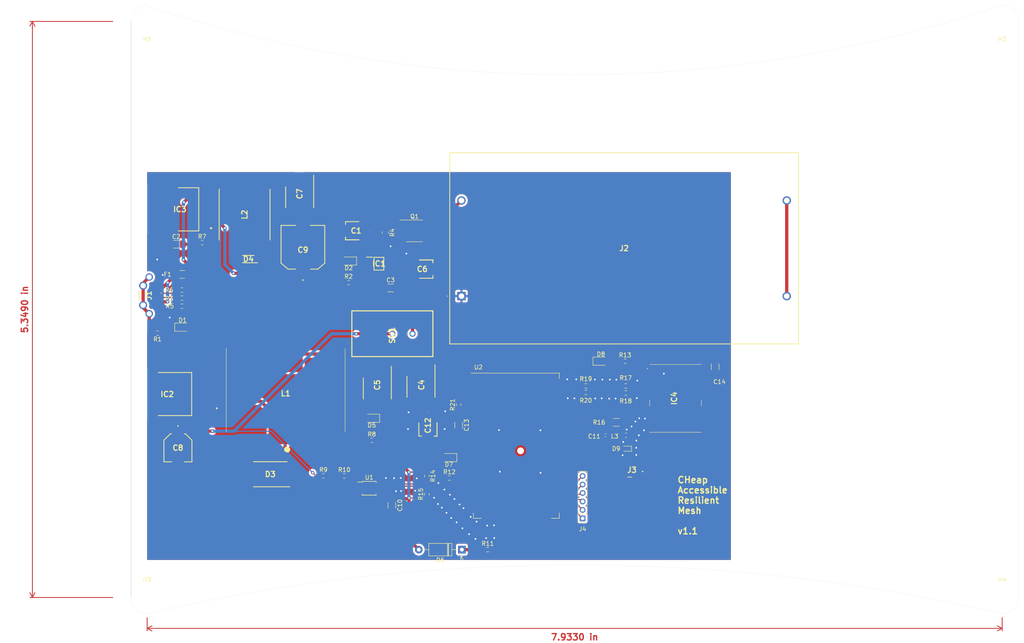
<source format=kicad_pcb>
(kicad_pcb (version 20211014) (generator pcbnew)
  (layers (0 "F.Cu" signal) (31 "B.Cu" signal) (34 "B.Paste" user) (35 "F.Paste" user) (36 "B.SilkS" user "B.Silkscreen") (37 "F.SilkS" user "F.Silkscreen") (38 "B.Mask" user) (39 "F.Mask" user) (44 "Edge.Cuts" user))
  (net 0 "")
  (net 1 "+12V")
  (net 2 "GND")
  (net 3 "Net-(C2-Pad1)")
  (net 4 "Net-(C3-Pad1)")
  (net 5 "+3.3V")
  (net 6 "Net-(C6-Pad1)")
  (net 7 "+5V")
  (net 8 "/VBAT")
  (net 9 "Net-(C11-Pad1)")
  (net 10 "Net-(D1-Pad1)")
  (net 11 "Net-(D2-Pad1)")
  (net 12 "Net-(D3-Pad1)")
  (net 13 "Net-(D4-Pad2)")
  (net 14 "Net-(D5-Pad1)")
  (net 15 "Net-(D6-Pad1)")
  (net 16 "Net-(D7-Pad1)")
  (net 17 "Net-(D8-Pad2)")
  (net 18 "Net-(IC1-Pad1)")
  (net 19 "Net-(IC1-Pad4)")
  (net 20 "Net-(IC1-Pad8)")
  (net 21 "Net-(IC3-Pad1)")
  (net 25 "Net-(IC4-Pad3)")
  (net 27 "Net-(IC4-Pad5)")
  (net 28 "Net-(IC4-Pad6)")
  (net 30 "/VCC_RF")
  (net 31 "/GPS_ANT")
  (net 40 "Net-(J1-PadA5)")
  (net 41 "Net-(J1-PadB5)")
  (net 42 "Net-(J2-Pad2)")
  (net 43 "/GPIO12")
  (net 44 "/GPIO13")
  (net 45 "/RXIP0")
  (net 46 "/RXIN0")
  (net 47 "/TXOP0")
  (net 48 "/TXON0")
  (net 49 "Net-(R10-Pad1)")
  (net 50 "/VDD_FLASH")
  (net 51 "/WLED")
  (net 52 "/I2C_SCL")
  (net 53 "/I2C_SDA")
  (net 54 "/GPS_DM")
  (net 55 "/GPS_DP")
  (net 56 "Net-(R19-Pad1)")
  (net 57 "Net-(R20-Pad1)")
  (net 64 "Net-(R21-Pad2)")
  (net 105 "Net-(F1-Pad2)")
  (net 106 "Net-(J1-PadMH1)")
  (footprint "Resistor_SMD:R_0805_2012Metric_Pad1.20x1.40mm_HandSolder" (layer "F.Cu") (at 106.934 70.12 -90)
    (fp_text reference "R4")
    (fp_text value "220m")
  )
  (footprint "LED_SMD:LED_0805_2012Metric_Pad1.15x1.40mm_HandSolder" (layer "F.Cu") (at 157.725 100.457)
    (fp_text reference "D8")
    (fp_text value "LED_GPS")
  )
  (footprint "LM2576SX-3.3_NOPB:KTT0005B" (layer "F.Cu") (at 52.648 108.204)
    (fp_text reference "IC2")
    (fp_text value "LM2576SX-3.3_NOPB" hide)
  )
  (footprint "Resistor_SMD:R_0603_1608Metric_Pad0.98x0.95mm_HandSolder" (layer "F.Cu") (at 98.2745 81.915)
    (fp_text reference "R2")
    (fp_text value "50k")
  )
  (footprint "LM2585S-12_NOPB:TO170P1435X465-6N" (layer "F.Cu") (at 58.506 64.643 180)
    (fp_text reference "IC3")
    (fp_text value "LM2585S-12_NOPB" hide)
  )
  (footprint "Resistor_SMD:R_0603_1608Metric_Pad0.98x0.95mm_HandSolder" (layer "F.Cu") (at 97.2585 127.508)
    (fp_text reference "R10")
    (fp_text value "20k")
  )
  (footprint "EEE-FN1E100R:EEE1AA220WR" (layer "F.Cu") (at 99.695 69.695 180)
    (fp_text reference "C1")
    (fp_text value "10uF" hide)
  )
  (footprint "LED_SMD:LED_0805_2012Metric_Pad1.15x1.40mm_HandSolder" (layer "F.Cu") (at 103.7265 113.919 180)
    (fp_text reference "D5")
    (fp_text value "LED_BUCK")
  )
  (footprint "Resistor_SMD:R_0603_1608Metric_Pad0.98x0.95mm_HandSolder" (layer "F.Cu") (at 154.178 107.823)
    (fp_text reference "R20")
    (fp_text value "22")
  )
  (footprint "Resistor_SMD:R_1206_3216Metric_Pad1.30x1.75mm_HandSolder" (layer "F.Cu") (at 161.3332 114.8902)
    (fp_text reference "R16")
    (fp_text value "10")
  )
  (footprint "UUD1C221MCL1GS:CAPAE660X800N" (layer "F.Cu") (at 105.029 106.062 -90)
    (fp_text reference "C5")
    (fp_text value "220uF" hide)
  )
  (footprint "Resistor_SMD:R_0603_1608Metric_Pad0.98x0.95mm_HandSolder" (layer "F.Cu") (at 59.0039 85.5766)
    (fp_text reference "R3")
    (fp_text value "5.1k")
  )
  (footprint "MountingHole:MountingHole_3.2mm_M3" (layer "F.Cu") (at 252.2982 156.1846)
    (fp_text reference "H4")
    (fp_text value "MountingHole")
  )
  (footprint "Resistor_SMD:R_0603_1608Metric_Pad0.98x0.95mm_HandSolder" (layer "F.Cu") (at 116.713 131.826 90)
    (fp_text reference "R15")
    (fp_text value "4.7k")
  )
  (footprint "16SVPF1000M:16SVF1000M" (layer "F.Cu") (at 87.503 73.5904)
    (fp_text reference "C9")
    (fp_text value "1mF" hide)
  )
  (footprint "Resistor_SMD:R_0603_1608Metric_Pad0.98x0.95mm_HandSolder" (layer "F.Cu") (at 131.064 144.907)
    (fp_text reference "R11")
    (fp_text value "50")
  )
  (footprint "Capacitor_SMD:C_1206_3216Metric_Pad1.33x1.80mm_HandSolder" (layer "F.Cu") (at 184.658 101.7655 90)
    (fp_text reference "C14")
    (fp_text value "0.1uF")
  )
  (footprint "KiCad:EEE1AA220WR" (layer "F.Cu") (at 116.967 115.979 -90)
    (fp_text reference "C12")
    (fp_text value "10uF" hide)
  )
  (footprint "MCP73844:SOP65P490X110-8N" (layer "F.Cu") (at 105.41 77.47)
    (fp_text reference "IC1")
    (fp_text value "MCP73844-840I_MS" hide)
  )
  (footprint "LED_SMD:LED_0805_2012Metric_Pad1.15x1.40mm_HandSolder" (layer "F.Cu") (at 98.289 76.835 180)
    (fp_text reference "D2")
    (fp_text value "LED_CHARGE")
  )
  (footprint "Inductor_SMD:L_0603_1608Metric_Pad1.05x0.95mm_HandSolder" (layer "F.Cu") (at 163.6592 117.9382 180)
    (fp_text reference "L3")
    (fp_text value "27nH")
  )
  (footprint "Capacitor_SMD:C_1206_3216Metric_Pad1.33x1.80mm_HandSolder" (layer "F.Cu") (at 124.206 115.5315 -90)
    (fp_text reference "C13")
    (fp_text value "0.1uF")
  )
  (footprint "Resistor_SMD:R_0603_1608Metric_Pad0.98x0.95mm_HandSolder" (layer "F.Cu") (at 163.4255 100.457)
    (fp_text reference "R13")
    (fp_text value "1k")
  )
  (footprint "74437429203101:74437429203101" (layer "F.Cu") (at 83.439 107.277 180)
    (fp_text reference "L1")
    (fp_text value "100uH" hide)
  )
  (footprint "Fuse:Fuse_1206_3216Metric_Pad1.42x1.75mm_HandSolder" (layer "F.Cu") (at 59.0639 79.9886 180)
    (fp_text reference "F1")
    (fp_text value "2.5A Fuse")
  )
  (footprint "Capacitor_SMD:C_0402_1005Metric_Pad0.74x0.62mm_HandSolder" (layer "F.Cu") (at 158.7597 117.9382 180)
    (fp_text reference "C11")
    (fp_text value "100nF")
  )
  (footprint "MountingHole:MountingHole_3.2mm_M3" (layer "F.Cu") (at 50.8 20.32 180)
    (fp_text reference "H1")
    (fp_text value "MountingHole")
  )
  (footprint "Resistor_SMD:R_0603_1608Metric_Pad0.98x0.95mm_HandSolder" (layer "F.Cu") (at 163.5995 107.95 180)
    (fp_text reference "R18")
    (fp_text value "27")
  )
  (footprint "Diode_THT:D_A-405_P10.16mm_Horizontal" (layer "F.Cu") (at 124.968 144.907 180)
    (fp_text reference "D6")
    (fp_text value "1N5819")
  )
  (footprint "Resistor_SMD:R_0603_1608Metric_Pad0.98x0.95mm_HandSolder" (layer "F.Cu") (at 53.2365 93.853 180)
    (fp_text reference "R1")
    (fp_text value "0")
  )
  (footprint "MountingHole:MountingHole_3.2mm_M3" (layer "F.Cu") (at 252.2982 20.32 180)
    (fp_text reference "H2")
    (fp_text value "MountingHole")
  )
  (footprint "Resistor_SMD:R_0603_1608Metric_Pad0.98x0.95mm_HandSolder" (layer "F.Cu") (at 122.0235 128.016)
    (fp_text reference "R12")
    (fp_text value "1k")
  )
  (footprint "SS24FL:SODFL3617X108N" (layer "F.Cu") (at 74.6496 76.3778 180)
    (fp_text reference "D4")
    (fp_text value "550mV" hide)
  )
  (footprint "NEO-M9N-00B:NEOM9N00B" (layer "F.Cu") (at 175.306 109.22 90)
    (fp_text reference "IC4")
    (fp_text value "NEO-M9N-00B" hide)
  )
  (footprint "Package_SO:SOIC-8_3.9x4.9mm_P1.27mm" (layer "F.Cu") (at 113.792 69.723)
    (fp_text reference "Q1")
    (fp_text value "IRF7404")
  )
  (footprint "LED_SMD:LED_0805_2012Metric_Pad1.15x1.40mm_HandSolder" (layer "F.Cu") (at 121.911 123.19 180)
    (fp_text reference "D7")
    (fp_text value "LED_WLAN")
  )
  (footprint "16SVPC100M:16SVF180M" (layer "F.Cu") (at 58.039 120.904 180)
    (fp_text reference "C8")
    (fp_text value "100uF" hide)
  )
  (footprint "MSS1210-683MED:INDPM120120X1020N" (layer "F.Cu") (at 73.7616 65.8862 -90)
    (fp_text reference "L2")
    (fp_text value "68uH" hide)
  )
  (footprint "Module:Onion_Omega2S" (layer "F.Cu") (at 137.795 120.402)
    (fp_text reference "U2")
    (fp_text value "Omega2S")
  )
  (footprint "U.FL-R-SMT_01_:UFLRSMT01" (layer "F.Cu") (at 164.4922 126.492 180)
    (fp_text reference "J3")
    (fp_text value "U.FL-R-SMT_01_" hide)
  )
  (footprint "Resistor_SMD:R_0603_1608Metric_Pad0.98x0.95mm_HandSolder" (layer "F.Cu") (at 116.713 127.5315 -90)
    (fp_text reference "R14")
    (fp_text value "4.7k")
  )
  (footprint "Capacitor_SMD:C_1206_3216Metric_Pad1.33x1.80mm_HandSolder" (layer "F.Cu") (at 108.458 134.4545 -90)
    (fp_text reference "C10")
    (fp_text value "0.1uF")
  )
  (footprint "Package_SO:TSSOP-10_3x3mm_P0.5mm" (layer "F.Cu") (at 103.124 130.429)
    (fp_text reference "U1")
    (fp_text value "ADS1113IDGS")
  )
  (footprint "B520C-13-F:DIOM7959X250N" (layer "F.Cu") (at 79.812 127.127 180)
    (fp_text reference "D3")
    (fp_text value "550mV" hide)
  )
  (footprint "L101011MS02Q:CKC5106-ND" (layer "F.Cu") (at 108.585 93.98 90)
    (fp_text reference "SW1")
    (fp_text value "SW_POWER" hide)
  )
  (footprint "Resistor_SMD:R_0603_1608Metric_Pad0.98x0.95mm_HandSolder" (layer "F.Cu") (at 92.329 127.508)
    (fp_text reference "R9")
    (fp_text value "50k")
  )
  (footprint "Resistor_SMD:R_0603_1608Metric_Pad0.98x0.95mm_HandSolder" (layer "F.Cu") (at 154.178 106.299)
    (fp_text reference "R19")
    (fp_text value "22")
  )
  (footprint "Resistor_SMD:R_0603_1608Metric_Pad0.98x0.95mm_HandSolder" (layer "F.Cu") (at 59.0039 87.4816)
    (fp_text reference "R5")
    (fp_text value "1k")
  )
  (footprint "UUD1C221MCL1GS:CAPAE660X800N" (layer "F.Cu") (at 86.741 60.977 -90)
    (fp_text reference "C7")
    (fp_text value "220uF" hide)
  )
  (footprint "UUD1C221MCL1GS:CAPAE660X800N" (layer "F.Cu") (at 115.316 105.681 -90)
    (fp_text reference "C4")
    (fp_text value "220uF" hide)
  )
  (footprint "MountingHole:MountingHole_3.2mm_M3" (layer "F.Cu") (at 50.8 156.1846)
    (fp_text reference "H3")
    (fp_text value "MountingHole")
  )
  (footprint "Resistor_SMD:R_0603_1608Metric_Pad0.98x0.95mm_HandSolder" (layer "F.Cu") (at 124.206 110.7205 90)
    (fp_text reference "R21")
    (fp_text value "50k")
  )
  (footprint "Resistor_SMD:R_0603_1608Metric_Pad0.98x0.95mm_HandSolder" (layer "F.Cu") (at 63.7559 72.4916)
    (fp_text reference "R7")
    (fp_text value "2.94k")
  )
  (footprint "Diode_SMD:D_SOD-523" (layer "F.Cu") (at 163.8088 121.0878 180)
    (fp_text reference "D9")
    (fp_text value "D_TVS")
  )
  (footprint "Resistor_SMD:R_0603_1608Metric_Pad0.98x0.95mm_HandSolder" (layer "F.Cu") (at 103.7355 119.126)
    (fp_text reference "R8")
    (fp_text value "1k")
  )
  (footprint "LED_SMD:LED_0805_2012Metric_Pad1.15x1.40mm_HandSolder" (layer "F.Cu") (at 59.1454 92.4346)
    (fp_text reference "D1")
    (fp_text value "LED_USB")
  )
  (footprint "KiCad:EEE1AA220WR" (layer "F.Cu") (at 115.979 78.74)
    (fp_text reference "C6")
    (fp_text value "10uF" hide)
  )
  (footprint "USB4140-GF-0070-C:USB4140GF0070C" (layer "F.Cu") (at 51.0264 84.9416 -90)
    (fp_text reference "J1")
    (fp_text value "USB4140-GF-0070-C" hide)
  )
  (footprint "1123:1123" (layer "F.Cu") (at 124.865 85.1178)
    (fp_text reference "J2")
    (fp_text value "2x18650" hide)
  )
  (footprint "Resistor_SMD:R_0603_1608Metric_Pad0.98x0.95mm_HandSolder" (layer "F.Cu") (at 163.5995 106.299 180)
    (fp_text reference "R17")
    (fp_text value "27")
  )
  (footprint "Connector_PinSocket_2.00mm:PinSocket_1x06_P2.00mm_Vertical" (layer "F.Cu") (at 153.416 137.541 180)
    (fp_text reference "J4")
    (fp_text value "OMEGA2_HEADER")
  )
  (footprint "Capacitor_SMD:C_1206_3216Metric_Pad1.33x1.80mm_HandSolder" (layer "F.Cu") (at 57.6449 72.8726 180)
    (fp_text reference "C2")
    (fp_text value "330nF")
  )
  (footprint "Resistor_SMD:R_0603_1608Metric_Pad0.98x0.95mm_HandSolder" (layer "F.Cu") (at 59.0039 83.6716)
    (fp_text reference "R6")
    (fp_text value "5.1k")
  )
  (footprint "Capacitor_SMD:C_1206_3216Metric_Pad1.33x1.80mm_HandSolder" (layer "F.Cu") (at 108.1655 83.185)
    (fp_text reference "C3")
    (fp_text value "0.1uF")
  )
  (gr_arc locked (start 46.99 20.32) (mid 48.105923 17.625923) (end 50.8 16.51) (layer "Edge.Cuts") (width 0.0254))
  (gr_arc locked (start 50.8 159.9946) (mid 151.5491 148.51569) (end 252.2982 159.9946) (layer "Edge.Cuts") (width 0.0254))
  (gr_line (start 46.99 156.1846) (end 46.99 20.32) (layer "Edge.Cuts") (width 0.1))
  (gr_arc locked (start 256.1082 156.1846) (mid 254.992277 158.878677) (end 252.2982 159.9946) (layer "Edge.Cuts") (width 0.0254))
  (gr_arc locked (start 50.8 159.9946) (mid 48.105923 158.878677) (end 46.99 156.1846) (layer "Edge.Cuts") (width 0.0254))
  (gr_line (start 256.1082 20.32) (end 256.1082 156.1846) (layer "Edge.Cuts") (width 0.0254))
  (gr_arc locked (start 252.2982 16.51) (mid 151.559413 32.93641) (end 50.8 16.637) (layer "Edge.Cuts") (width 0.0254))
  (gr_arc locked (start 252.2982 16.51) (mid 254.992277 17.625923) (end 256.1082 20.32) (layer "Edge.Cuts") (width 0.0254))
  (gr_text "CHeap\nAccessible\nResilient\nMesh\n\nv1.1" (at 175.641 134.493) (layer "F.SilkS") (effects (font (size 1.5 1.5) (thickness 0.3)) (justify left)))
  (dimension (type aligned) (layer "F.Cu") (pts (xy 50.8 160.440008) (xy 252.2982 160.440008)) (height 3.034392) (gr_text "7.9330 in" (at 151.5364 165.5318) (layer "F.Cu") (effects (font (size 1.5 1.5) (thickness 0.3)))) (format (units 0) (units_format 1) (precision 4)) (style (thickness 0.2) (arrow_length 1.27) (text_position_mode 2) (extension_height 0.58642) (extension_offset 0.5) keep_text_aligned))
  (dimension (type aligned) (layer "F.Cu") (pts (xy 43.18 20.32) (xy 43.18 156.1846)) (height 19.431) (gr_text "5.3490 in" (at 21.949 88.2523 90) (layer "F.Cu") (effects (font (size 1.5 1.5) (thickness 0.3)))) (format (units 0) (units_format 1) (precision 4)) (style (thickness 0.2) (arrow_length 1.27) (text_position_mode 0) (extension_height 0.58642) (extension_offset 0.5) keep_text_aligned))
  (segment (start 66.3938 66.343) (end 69.1134 69.0626) (width 0.762) (layer "F.Cu") (net 1))
  (segment (start 97.264 76.835) (end 101.445 72.654) (width 0.762) (layer "F.Cu") (net 1))
  (segment (start 96.1586 77.9404) (end 97.264 76.835) (width 0.762) (layer "F.Cu") (net 1))
  (segment (start 85.9404 76.3778) (end 87.503 77.9404) (width 0.762) (layer "F.Cu") (net 1))
  (segment (start 64.706 66.343) (end 66.3938 66.343) (width 0.762) (layer "F.Cu") (net 1))
  (segment (start 87.503 77.9404) (end 96.1586 77.9404) (width 0.762) (layer "F.Cu") (net 1))
  (segment (start 102.02 69.12) (end 101.445 69.695) (width 0.762) (layer "F.Cu") (net 1))
  (segment (start 97.264 81.817) (end 97.362 81.915) (width 0.762) (layer "F.Cu") (net 1))
  (segment (start 101.445 72.654) (end 101.445 69.695) (width 0.762) (layer "F.Cu") (net 1))
  (segment (start 72.8218 79.7306) (end 76.1746 76.3778) (width 0.762) (layer "F.Cu") (net 1))
  (segment (start 102.281 77.145) (end 103.21 77.145) (width 0.254) (layer "F.Cu") (net 1))
  (segment (start 106.934 69.12) (end 102.02 69.12) (width 0.762) (layer "F.Cu") (net 1))
  (segment (start 101.445 72.654) (end 101.445 76.309) (width 0.254) (layer "F.Cu") (net 1))
  (segment (start 76.1746 76.3778) (end 85.9404 76.3778) (width 0.762) (layer "F.Cu") (net 1))
  (segment (start 71.1454 79.7306) (end 72.8218 79.7306) (width 0.762) (layer "F.Cu") (net 1))
  (segment (start 101.445 76.309) (end 102.281 77.145) (width 0.254) (layer "F.Cu") (net 1))
  (segment (start 97.264 76.835) (end 97.264 81.817) (width 0.762) (layer "F.Cu") (net 1))
  (via (at 71.1454 79.7306) (size 0.8) (drill 0.4) (layers "F.Cu" "B.Cu") (net 1))
  (via (at 69.1134 69.0626) (size 0.8) (drill 0.4) (layers "F.Cu" "B.Cu") (net 1))
  (segment (start 69.1134 69.0626) (end 69.1134 77.6986) (width 0.762) (layer "B.Cu") (net 1))
  (segment (start 69.1134 77.6986) (end 71.1454 79.7306) (width 0.762) (layer "B.Cu") (net 1))
  (segment (start 100.974 129.429) (end 102.6 129.429) (width 0.254) (layer "F.Cu") (net 2))
  (segment (start 52.4764 82.1916) (end 52.4764 82.0946) (width 0.762) (layer "F.Cu") (net 2))
  (segment (start 100.974 130.429) (end 102.616 130.429) (width 0.254) (layer "F.Cu") (net 2))
  (segment (start 102.6 129.429) (end 102.616 129.413) (width 0.254) (layer "F.Cu") (net 2))
  (segment (start 52.4764 82.0946) (end 54.4554 80.1156) (width 0.762) (layer "F.Cu") (net 2))
  (segment (start 109.418 77.795) (end 109.728 78.105) (width 0.254) (layer "F.Cu") (net 2))
  (segment (start 107.61 77.795) (end 109.418 77.795) (width 0.254) (layer "F.Cu") (net 2))
  (via (at 108.9914 128.0414) (size 0.8) (drill 0.4) (layers "F.Cu" "B.Cu") (net 2))
  (via (at 121.3358 136.2202) (size 0.8) (drill 0.4) (layers "F.Cu" "B.Cu") (net 2))
  (via (at 164.9476 115.8494) (size 0.8) (drill 0.4) (layers "F.Cu" "B.Cu") (net 2))
  (via (at 166.751 113.919) (size 0.8) (drill 0.4) (layers "F.Cu" "B.Cu") (net 2))
  (via (at 167.894 116.7638) (size 0.8) (drill 0.4) (layers "F.Cu" "B.Cu") (net 2))
  (via (at 149.9108 109.1946) (size 0.8) (drill 0.4) (layers "F.Cu" "B.Cu") (net 2))
  (via (at 123.2154 132.969) (size 0.8) (drill 0.4) (layers "F.Cu" "B.Cu") (net 2))
  (via (at 151.9174 104.7496) (size 0.8) (drill 0.4) (layers "F.Cu" "B.Cu") (net 2))
  (via (at 161.3662 104.8258) (size 0.8) (drill 0.4) (layers "F.Cu" "B.Cu") (net 2))
  (via (at 159.6644 109.2962) (size 0.8) (drill 0.4) (layers "F.Cu" "B.Cu") (net 2))
  (via (at 132.588 142.1638) (size 0.8) (drill 0.4) (layers "F.Cu" "B.Cu") (net 2))
  (via (at 132.5372 139.1666) (size 0.8) (drill 0.4) (layers "F.Cu" "B.Cu") (net 2))
  (via (at 124.4092 134.2644) (size 0.8) (drill 0.4) (layers "F.Cu" "B.Cu") (net 2))
  (via (at 112.395 112.522) (size 0.8) (drill 0.4) (layers "F.Cu" "B.Cu") (net 2))
  (via (at 128.1684 142.367) (size 0.8) (drill 0.4) (layers "F.Cu" "B.Cu") (net 2))
  (via (at 143.51 126.7968) (size 0.8) (drill 0.4) (layers "F.Cu" "B.Cu") (net 2))
  (via (at 172.5676 103.4034) (size 0.8) (drill 0.4) (layers "F.Cu" "B.Cu") (net 2))
  (via (at 127.0508 137.1854) (size 0.8) (drill 0.4) (layers "F.Cu" "B.Cu") (net 2))
  (via (at 125.095 139.8778) (size 0.8) (drill 0.4) (layers "F.Cu" "B.Cu") (net 2))
  (via (at 114.3508 128.0922) (size 0.8) (drill 0.4) (layers "F.Cu" "B.Cu") (net 2))
  (via (at 161.1884 109.2708) (size 0.8) (drill 0.4) (layers "F.Cu" "B.Cu") (net 2))
  (via (at 120.2436 135.001) (size 0.8) (drill 0.4) (layers "F.Cu" "B.Cu") (net 2))
  (via (at 130.683 142.1892) (size 0.8) (drill 0.4) (layers "F.Cu" "B.Cu") (net 2))
  (via (at 120.904 116.459) (size 0.8) (drill 0.4) (layers "F.Cu" "B.Cu") (net 2))
  (via (at 110.5408 128.016) (size 0.8) (drill 0.4) (layers "F.Cu" "B.Cu") (net 2))
  (via (at 156.3116 104.8004) (size 0.8) (drill 0.4) (layers "F.Cu" "B.Cu") (net 2))
  (via (at 108.1532 73.3552) (size 0.8) (drill 0.4) (layers "F.Cu" "B.Cu") (net 2))
  (via (at 166.3192 105.0544) (size 0.8) (drill 0.4) (layers "F.Cu" "B.Cu") (net 2))
  (via (at 119.3292 134.1374) (size 0.8) (drill 0.4) (layers "F.Cu" "B.Cu") (net 2))
  (via (at 151.4856 109.22) (size 0.8) (drill 0.4) (layers "F.Cu" "B.Cu") (net 2))
  (via (at 123.7234 138.4554) (size 0.8) (drill 0.4) (layers "F.Cu" "B.Cu") (net 2))
  (via (at 166.0652 122.5804) (size 0.8) (drill 0.4) (layers "F.Cu" "B.Cu") (net 2))
  (via (at 120.8532 130.7338) (size 0.8) (drill 0.4) (layers "F.Cu" "B.Cu") (net 2))
  (via (at 118.4148 132.6642) (size 0.8) (drill 0.4) (layers "F.Cu" "B.Cu") (net 2))
  (via (at 107.061 128.016) (size 0.8) (drill 0.4) (layers "F.Cu" "B.Cu") (net 2))
  (via (at 53.1622 76.4794) (size 0.8) (drill 0.4) (layers "F.Cu" "B.Cu") (net 2))
  (via (at 157.9118 109.22) (size 0.8) (drill 0.4) (layers "F.Cu" "B.Cu") (net 2))
  (via (at 111.887 75.0824) (size 0.8) (drill 0.4) (layers "F.Cu" "B.Cu") (net 2))
  (via (at 109.4232 131.1148) (size 0.8) (drill 0.4) (layers "F.Cu" "B.Cu") (net 2))
  (via (at 163.8046 116.586) (size 0.8) (drill 0.4) (layers "F.Cu" "B.Cu") (net 2))
  (via (at 122.1486 131.953) (size 0.8) (drill 0.4) (layers "F.Cu" "B.Cu") (net 2))
  (via (at 168.0972 113.9952) (size 0.8) (drill 0.4) (layers "F.Cu" "B.Cu") (net 2))
  (via (at 119.4308 129.2098) (size 0.8) (drill 0.4) (layers "F.Cu" "B.Cu") (net 2))
  (via (at 110.6424 131.0894) (size 0.8) (drill 0.4) (layers "F.Cu" "B.Cu") (net 2))
  (via (at 130.9116 139.2428) (size 0.8) (drill 0.4) (layers "F.Cu" "B.Cu") (net 2))
  (via (at 143.4846 116.7638) (size 0.8) (drill 0.4) (layers "F.Cu" "B.Cu") (net 2))
  (via (at 166.0906 119.1768) (size 0.8) (drill 0.4) (layers "F.Cu" "B.Cu") (net 2))
  (via (at 166.6748 117.9322) (size 0.8) (drill 0.4) (layers "F.Cu" "B.Cu") (net 2))
  (via (at 133.9088 126.5174) (size 0.8) (drill 0.4) (layers "F.Cu" "B.Cu") (net 2))
  (via (at 166.1922 109.1692) (size 0.8) (drill 0.4) (layers "F.Cu" "B.Cu") (net 2))
  (via (at 149.7838 104.7242) (size 0.8) (drill 0.4) (layers "F.Cu" "B.Cu") (net 2))
  (via (at 125.349 135.128) (size 0.8) (drill 0.4) (layers "F.Cu" "B.Cu") (net 2))
  (via (at 162.8394 122.6566) (size 0.8) (drill 0.4) (layers "F.Cu" "B.Cu") (net 2))
  (via (at 121.031 112.268) (size 0.8) (drill 0.4) (layers "F.Cu" "B.Cu") (net 2))
  (via (at 159.8422 104.8004) (size 0.8) (drill 0.4) (layers "F.Cu" "B.Cu") (net 2))
  (via (at 112.268 116.459) (size 0.8) (drill 0.4) (layers "F.Cu" "B.Cu") (net 2))
  (via (at 54.4554 80.1156) (size 0.8) (drill 0.4) (layers "F.Cu" "B.Cu") (net 2))
  (via (at 128.4224 138.303) (size 0.8) (drill 0.4) (layers "F.Cu" "B.Cu") (net 2))
  (via (at 166.0398 120.8786) (size 0.8) (drill 0.4) (layers "F.Cu" "B.Cu") (net 2))
  (via (at 158.0642 104.8004) (size 0.8) (drill 0.4) (layers "F.Cu" "B.Cu") (net 2))
  (via (at 126.6698 141.2494) (size 0.8) (drill 0.4) (layers "F.Cu" "B.Cu") (net 2))
  (via (at 113.9698 131.0132) (size 0.8) (drill 0.4) (layers "F.Cu" "B.Cu") (net 2))
  (via (at 133.7056 116.713) (size 0.8) (drill 0.4) (layers "F.Cu" "B.Cu") (net 2))
  (via (at 56.1086 90.17) (size 0.8) (drill 0.4) (layers "F.Cu" "B.Cu") (net 2))
  (via (at 122.4534 137.4394) (size 0.8) (drill 0.4) (layers "F.Cu" "B.Cu") (net 2))
  (via (at 165.862 114.681) (size 0.8) (drill 0.4) (layers "F.Cu" "B.Cu") (net 2))
  (via (at 162.9918 119.507) (size 0.8) (drill 0.4) (layers "F.Cu" "B.Cu") (net 2))
  (via (at 156.3878 109.2454) (size 0.8) (drill 0.4) (layers "F.Cu" "B.Cu") (net 2))
  (segment (start 59.2074 72.8726) (end 62.4624 72.8726) (width 0.762) (layer "F.Cu") (net 3))
  (segment (start 62.4624 72.8726) (end 62.8434 72.4916) (width 0.762) (layer "F.Cu") (net 3))
  (segment (start 107.61 82.178) (end 106.603 83.185) (width 0.254) (layer "F.Cu") (net 4))
  (segment (start 107.61 78.445) (end 107.61 82.178) (width 0.254) (layer "F.Cu") (net 4))
  (segment (start 83.439 98.777) (end 100.394 98.777) (width 0.762) (layer "F.Cu") (net 5))
  (segment (start 102.7015 101.0845) (end 102.7015 113.919) (width 0.254) (layer "F.Cu") (net 5))
  (segment (start 173.717 108.82) (end 169.656 108.82) (width 0.762) (layer "F.Cu") (net 5))
  (segment (start 105.029 103.412) (end 110.329 103.412) (width 0.762) (layer "F.Cu") (net 5))
  (segment (start 175.26 98.679) (end 177.6095 101.0285) (width 0.762) (layer "F.Cu") (net 5))
  (segment (start 119.668 98.679) (end 175.26 98.679) (width 0.762) (layer "F.Cu") (net 5))
  (segment (start 116.713 126.619) (end 120.142 123.19) (width 0.254) (layer "F.Cu") (net 5))
  (segment (start 108.458 132.892) (end 112.345 132.892) (width 0.762) (layer "F.Cu") (net 5))
  (segment (start 112.4835 126.619) (end 116.713 126.619) (width 0.254) (layer "F.Cu") (net 5))
  (segment (start 101.583 99.966) (end 102.7015 101.0845) (width 0.254) (layer "F.Cu") (net 5))
  (segment (start 100.394 98.777) (end 101.583 99.966) (width 0.762) (layer "F.Cu") (net 5))
  (segment (start 177.6095 101.0285) (end 179.901 103.32) (width 0.762) (layer "F.Cu") (net 5))
  (segment (start 124.206 113.969) (end 127.712 113.969) (width 0.762) (layer "F.Cu") (net 5))
  (segment (start 120.142 123.19) (end 120.886 123.19) (width 0.254) (layer "F.Cu") (net 5))
  (segment (start 112.345 132.892) (end 112.4985 132.7385) (width 0.762) (layer "F.Cu") (net 5))
  (segment (start 110.329 113.758) (end 110.329 124.3375) (width 0.762) (layer "F.Cu") (net 5))
  (segment (start 127.712 113.969) (end 127.795 114.052) (width 0.762) (layer "F.Cu") (net 5))
  (segment (start 180.956 103.32) (end 180.956 104.42) (width 0.762) (layer "F.Cu") (net 5))
  (segment (start 177.6095 101.0285) (end 177.6095 104.9655) (width 0.762) (layer "F.Cu") (net 5))
  (segment (start 116.557 126.775) (end 116.713 126.619) (width 0.254) (layer "F.Cu") (net 5))
  (segment (start 116.967 114.229) (end 123.946 114.229) (width 0.762) (layer "F.Cu") (net 5))
  (segment (start 110.329 103.412) (end 114.935 103.412) (width 0.762) (layer "F.Cu") (net 5))
  (segment (start 177.6095 104.9655) (end 173.736 108.839) (width 0.762) (layer "F.Cu") (net 5))
  (segment (start 110.3245 124.46) (end 112.4835 126.619) (width 0.762) (layer "F.Cu") (net 5))
  (segment (start 101.583 99.966) (end 105.029 103.412) (width 0.762) (layer "F.Cu") (net 5))
  (segment (start 180.9865 103.2895) (end 180.956 103.32) (width 0.762) (layer "F.Cu") (net 5))
  (segment (start 184.658 103.328) (end 180.964 103.328) (width 0.762) (layer "F.Cu") (net 5))
  (segment (start 114.935 103.412) (end 115.316 103.031) (width 0.762) (layer "F.Cu") (net 5))
  (segment (start 115.316 103.031) (end 119.668 98.679) (width 0.762) (layer "F.Cu") (net 5))
  (segment (start 110.329 124.3375) (end 110.4515 124.46) (width 0.762) (layer "F.Cu") (net 5))
  (segment (start 124.206 113.969) (end 124.206 111.633) (width 0.254) (layer "F.Cu") (net 5))
  (segment (start 110.329 113.758) (end 110.8 114.229) (width 0.762) (layer "F.Cu") (net 5))
  (segment (start 65.109 106.504) (end 75.712 106.504) (width 0.762) (layer "F.Cu") (net 5))
  (segment (start 108.458 132.892) (end 105.995 130.429) (width 0.254) (layer "F.Cu") (net 5))
  (segment (start 179.901 103.32) (end 180.956 103.32) (width 0.762) (layer "F.Cu") (net 5))
  (segment (start 110.8 114.229) (end 116.967 114.229) (width 0.762) (layer "F.Cu") (net 5))
  (segment (start 180.964 103.328) (end 180.956 103.32) (width 0.762) (layer "F.Cu") (net 5))
  (segment (start 173.736 108.839) (end 173.717 108.82) (width 0.762) (layer "F.Cu") (net 5))
  (segment (start 112.4985 132.7385) (end 112.4985 142.5975) (width 0.762) (layer "F.Cu") (net 5))
  (segment (start 127.795 114.052) (end 127.795 115.322) (width 0.762) (layer "F.Cu") (net 5))
  (segment (start 110.329 103.412) (end 110.329 113.758) (width 0.762) (layer "F.Cu") (net 5))
  (segment (start 75.712 106.504) (end 83.439 98.777) (width 0.762) (layer "F.Cu") (net 5))
  (segment (start 105.995 130.429) (end 105.274 130.429) (width 0.254) (layer "F.Cu") (net 5))
  (segment (start 181.014 103.378) (end 180.956 103.32) (width 0.762) (layer "F.Cu") (net 5))
  (segment (start 112.4985 142.5975) (end 114.808 144.907) (width 0.762) (layer "F.Cu") (net 5))
  (segment (start 112.4985 132.7385) (end 116.84 132.7385) (width 0.254) (layer "F.Cu") (net 5))
  (segment (start 123.946 114.229) (end 124.206 113.969) (width 0.762) (layer "F.Cu") (net 5))
  (via (at 112.4835 126.619) (size 0.8) (drill 0.4) (layers "F.Cu" "B.Cu") (net 5))
  (via (at 112.4985 132.7385) (size 0.8) (drill 0.4) (layers "F.Cu" "B.Cu") (net 5))
  (segment (start 112.4835 132.7235) (end 112.4985 132.7385) (width 0.762) (layer "B.Cu") (net 5))
  (segment (start 112.4835 126.619) (end 112.4835 132.7235) (width 0.762) (layer "B.Cu") (net 5))
  (segment (start 113.335 93.98) (end 113.335 79.634) (width 0.762) (layer "F.Cu") (net 6))
  (segment (start 116.267 70.358) (end 116.267 71.628) (width 0.762) (layer "F.Cu") (net 6))
  (segment (start 116.267 67.818) (end 119.6048 67.818) (width 0.762) (layer "F.Cu") (net 6))
  (segment (start 114.229 73.666) (end 114.229 78.74) (width 0.762) (layer "F.Cu") (net 6))
  (segment (start 116.267 67.818) (end 116.267 69.088) (width 0.762) (layer "F.Cu") (net 6))
  (segment (start 112.634 77.145) (end 114.229 78.74) (width 0.254) (layer "F.Cu") (net 6))
  (segment (start 113.335 79.634) (end 114.229 78.74) (width 0.762) (layer "F.Cu") (net 6))
  (segment (start 119.6048 67.818) (end 124.865 62.5578) (width 0.762) (layer "F.Cu") (net 6))
  (segment (start 116.267 71.628) (end 114.229 73.666) (width 0.762) (layer "F.Cu") (net 6))
  (segment (start 107.61 77.145) (end 112.634 77.145) (width 0.254) (layer "F.Cu") (net 6))
  (segment (start 116.267 69.088) (end 116.267 70.358) (width 0.762) (layer "F.Cu") (net 6))
  (segment (start 60.7309 80.1681) (end 60.7309 91.8741) (width 0.254) (layer "F.Cu") (net 7))
  (segment (start 76.4708 58.327) (end 73.7616 61.0362) (width 0.762) (layer "F.Cu") (net 7))
  (segment (start 73.7616 61.0362) (end 64.9128 61.0362) (width 0.762) (layer "F.Cu") (net 7))
  (segment (start 60.7309 91.8741) (end 60.1704 92.4346) (width 0.254) (layer "F.Cu") (net 7))
  (segment (start 59.4614 62.9666) (end 61.185 61.243) (width 0.762) (layer "F.Cu") (net 7))
  (segment (start 60.5514 77.7726) (end 59.3344 76.5556) (width 0.762) (layer "F.Cu") (net 7))
  (segment (start 60.5514 79.9886) (end 60.7309 80.1681) (width 0.254) (layer "F.Cu") (net 7))
  (segment (start 86.741 58.327) (end 76.4708 58.327) (width 0.762) (layer "F.Cu") (net 7))
  (segment (start 61.185 61.243) (end 64.706 61.243) (width 0.762) (layer "F.Cu") (net 7))
  (segment (start 64.9128 61.0362) (end 64.706 61.243) (width 0.762) (layer "F.Cu") (net 7))
  (segment (start 60.5514 79.9886) (end 60.5514 77.7726) (width 0.762) (layer "F.Cu") (net 7))
  (via (at 59.3344 76.5556) (size 0.8) (drill 0.4) (layers "F.Cu" "B.Cu") (net 7))
  (via (at 59.4614 62.9666) (size 0.8) (drill 0.4) (layers "F.Cu" "B.Cu") (net 7))
  (segment (start 59.3344 63.0936) (end 59.4614 62.9666) (width 0.762) (layer "B.Cu") (net 7))
  (segment (start 59.3344 76.5556) (end 59.3344 63.0936) (width 0.762) (layer "B.Cu") (net 7))
  (segment (start 66.167 116.967) (end 64.897 116.967) (width 0.762) (layer "F.Cu") (net 8))
  (segment (start 64.897 116.967) (end 62.0365 114.1065) (width 0.762) (layer "F.Cu") (net 8))
  (segment (start 108.585 93.98) (end 100.076 93.98) (width 0.762) (layer "F.Cu") (net 8))
  (segment (start 64.539 111.604) (end 65.109 111.604) (width 0.762) (layer "F.Cu") (net 8))
  (segment (start 62.0365 114.1065) (end 64.539 111.604) (width 0.762) (layer "F.Cu") (net 8))
  (segment (start 58.039 118.104) (end 62.0365 114.1065) (width 0.762) (layer "F.Cu") (net 8))
  (segment (start 90.551 127.508) (end 89.789 126.746) (width 0.254) (layer "F.Cu") (net 8))
  (segment (start 91.4165 127.508) (end 90.551 127.508) (width 0.254) (layer "F.Cu") (net 8))
  (via (at 66.167 116.967) (size 0.8) (drill 0.4) (layers "F.Cu" "B.Cu") (net 8))
  (via (at 100.076 93.98) (size 0.8) (drill 0.4) (layers "F.Cu" "B.Cu") (net 8))
  (via (at 89.789 126.746) (size 0.8) (drill 0.4) (layers "F.Cu" "B.Cu") (net 8))
  (segment (start 89.789 126.746) (end 80.01 116.967) (width 0.254) (layer "B.Cu") (net 8))
  (segment (start 71.374 116.967) (end 71.247 116.967) (width 0.762) (layer "B.Cu") (net 8))
  (segment (start 80.01 116.967) (end 71.247 116.967) (width 0.254) (layer "B.Cu") (net 8))
  (segment (start 94.234 93.98) (end 100.076 93.98) (width 0.762) (layer "B.Cu") (net 8))
  (segment (start 71.247 116.967) (end 66.167 116.967) (width 0.762) (layer "B.Cu") (net 8))
  (segment (start 71.247 116.967) (end 94.234 93.98) (width 0.762) (layer "B.Cu") (net 8))
  (segment (start 159.7832 117.4822) (end 159.3272 117.9382) (width 0.254) (layer "F.Cu") (net 9))
  (segment (start 159.7832 114.9372) (end 162.7842 117.9382) (width 0.254) (layer "F.Cu") (net 9))
  (segment (start 159.7832 114.8902) (end 159.7832 117.4822) (width 0.254) (layer "F.Cu") (net 9))
  (segment (start 159.7832 114.8902) (end 159.7832 114.9372) (width 0.254) (layer "F.Cu") (net 9))
  (segment (start 58.0914 92.4056) (end 58.1204 92.4346) (width 0.254) (layer "F.Cu") (net 10))
  (segment (start 58.0914 87.4816) (end 58.0914 92.4056) (width 0.254) (layer "F.Cu") (net 10))
  (segment (start 100.274 77.795) (end 103.21 77.795) (width 0.254) (layer "F.Cu") (net 11))
  (segment (start 99.314 76.835) (end 100.274 77.795) (width 0.254) (layer "F.Cu") (net 11))
  (segment (start 83.312 115.904) (end 83.439 115.777) (width 0.762) (layer "F.Cu") (net 12))
  (segment (start 83.439 115.777) (end 83.439 117.927) (width 0.762) (layer "F.Cu") (net 12))
  (segment (start 77.566 109.904) (end 83.439 115.777) (width 0.762) (layer "F.Cu") (net 12))
  (segment (start 65.109 109.904) (end 77.566 109.904) (width 0.762) (layer "F.Cu") (net 12))
  (segment (start 83.312 127.127) (end 83.312 115.904) (width 0.762) (layer "F.Cu") (net 12))
  (segment (start 73.7616 75.7408) (end 73.1246 76.3778) (width 0.762) (layer "F.Cu") (net 13))
  (segment (start 73.7616 70.7362) (end 73.7616 75.7408) (width 0.762) (layer "F.Cu") (net 13))
  (segment (start 64.706 62.943) (end 65.9684 62.943) (width 0.762) (layer "F.Cu") (net 13))
  (segment (start 65.9684 62.943) (end 73.7616 70.7362) (width 0.762) (layer "F.Cu") (net 13))
  (segment (start 104.7515 113.919) (end 104.7515 117.1975) (width 0.254) (layer "F.Cu") (net 14))
  (segment (start 104.7515 117.1975) (end 102.823 119.126) (width 0.254) (layer "F.Cu") (net 14))
  (segment (start 124.968 144.907) (end 130.1515 144.907) (width 0.762) (layer "F.Cu") (net 15))
  (segment (start 122.936 126.191) (end 121.111 128.016) (width 0.254) (layer "F.Cu") (net 16))
  (segment (start 122.936 123.19) (end 122.936 126.191) (width 0.254) (layer "F.Cu") (net 16))
  (segment (start 162.513 100.457) (end 158.75 100.457) (width 0.254) (layer "F.Cu") (net 17))
  (segment (start 111.317 69.088) (end 111.317 70.358) (width 0.762) (layer "F.Cu") (net 18))
  (segment (start 106.934 71.12) (end 103.21 74.844) (width 0.254) (layer "F.Cu") (net 18))
  (segment (start 106.934 71.12) (end 109.285 71.12) (width 0.762) (layer "F.Cu") (net 18))
  (segment (start 109.285 71.12) (end 110.047 70.358) (width 0.762) (layer "F.Cu") (net 18))
  (segment (start 110.047 70.358) (end 111.317 70.358) (width 0.762) (layer "F.Cu") (net 18))
  (segment (start 103.21 74.844) (end 103.21 76.495) (width 0.254) (layer "F.Cu") (net 18))
  (segment (start 111.317 69.088) (end 111.317 67.818) (width 0.762) (layer "F.Cu") (net 18))
  (segment (start 99.74 81.915) (end 103.21 78.445) (width 0.254) (layer "F.Cu") (net 19))
  (segment (start 99.187 81.915) (end 99.74 81.915) (width 0.254) (layer "F.Cu") (net 19))
  (segment (start 111.317 71.628) (end 111.317 73.087) (width 0.254) (layer "F.Cu") (net 20))
  (segment (start 111.317 73.087) (end 107.909 76.495) (width 0.254) (layer "F.Cu") (net 20))
  (segment (start 107.909 76.495) (end 107.61 76.495) (width 0.254) (layer "F.Cu") (net 20))
  (segment (start 64.706 68.043) (end 64.706 72.454) (width 0.762) (layer "F.Cu") (net 21))
  (segment (start 64.706 72.454) (end 64.6684 72.4916) (width 0.762) (layer "F.Cu") (net 21))
  (segment (start 169.656 104.42) (end 168.301 104.42) (width 0.254) (layer "F.Cu") (net 25))
  (segment (start 168.301 104.42) (end 164.338 100.457) (width 0.254) (layer "F.Cu") (net 25))
  (segment (start 164.512 106.299) (end 164.714 106.501) (width 0.762) (layer "F.Cu") (net 27))
  (segment (start 164.512 106.299) (end 164.833 106.62) (width 0.254) (layer "F.Cu") (net 27))
  (segment (start 164.714 106.501) (end 169.1894 106.501) (width 0.762) (layer "F.Cu") (net 27))
  (segment (start 164.742 107.72) (end 164.512 107.95) (width 0.762) (layer "F.Cu") (net 28))
  (segment (start 169.656 107.72) (end 164.742 107.72) (width 0.762) (layer "F.Cu") (net 28))
  (segment (start 162.8832 114.8902) (end 164.8534 112.92) (width 0.254) (layer "F.Cu") (net 30))
  (segment (start 164.8534 112.92) (end 169.656 112.92) (width 0.254) (layer "F.Cu") (net 30))
  (segment (start 164.5342 117.9382) (end 167.3524 115.12) (width 0.762) (layer "F.Cu") (net 31))
  (segment (start 169.647 115.111) (end 169.656 115.12) (width 0.254) (layer "F.Cu") (net 31))
  (segment (start 164.5342 121.0624) (end 164.5088 121.0878) (width 0.762) (layer "F.Cu") (net 31))
  (segment (start 164.5342 117.9382) (end 164.5922 117.9962) (width 0.254) (layer "F.Cu") (net 31))
  (segment (start 164.5088 124.9504) (end 164.4922 124.967) (width 0.762) (layer "F.Cu") (net 31))
  (segment (start 164.5352 117.9392) (end 164.5342 117.9382) (width 0.254) (layer "F.Cu") (net 31))
  (segment (start 164.5088 121.0878) (end 164.5088 124.9504) (width 0.762) (layer "F.Cu") (net 31))
  (segment (start 164.5342 117.9382) (end 164.5342 121.0624) (width 0.762) (layer "F.Cu") (net 31))
  (segment (start 164.5342 117.9382) (end 164.5088 117.9636) (width 0.254) (layer "F.Cu") (net 31))
  (segment (start 167.3524 115.12) (end 169.656 115.12) (width 0.762) (layer "F.Cu") (net 31))
  (segment (start 57.3214 84.4416) (end 58.0914 83.6716) (width 0.254) (layer "F.Cu") (net 40))
  (segment (start 52.4764 84.4416) (end 57.3214 84.4416) (width 0.254) (layer "F.Cu") (net 40))
  (segment (start 52.4764 85.4416) (end 57.9564 85.4416) (width 0.254) (layer "F.Cu") (net 41))
  (segment (start 57.9564 85.4416) (end 58.0914 85.5766) (width 0.254) (layer "F.Cu") (net 41))
  (segment (start 201.525 62.5578) (end 201.525 85.1178) (width 0.762) (layer "F.Cu") (net 42))
  (segment (start 147.795 135.642) (end 151.517 135.642) (width 0.254) (layer "F.Cu") (net 43))
  (segment (start 151.517 135.642) (end 153.416 137.541) (width 0.254) (layer "F.Cu") (net 43))
  (segment (start 152.247 134.372) (end 153.416 135.541) (width 0.254) (layer "F.Cu") (net 44))
  (segment (start 147.795 134.372) (end 152.247 134.372) (width 0.254) (layer "F.Cu") (net 44))
  (segment (start 147.795 133.102) (end 152.977 133.102) (width 0.254) (layer "F.Cu") (net 45))
  (segment (start 152.977 133.102) (end 153.416 133.541) (width 0.254) (layer "F.Cu") (net 45))
  (segment (start 153.125 131.832) (end 153.416 131.541) (width 0.254) (layer "F.Cu") (net 46))
  (segment (start 147.795 131.832) (end 153.125 131.832) (width 0.254) (layer "F.Cu") (net 46))
  (segment (start 152.395 130.562) (end 153.416 129.541) (width 0.254) (layer "F.Cu") (net 47))
  (segment (start 147.795 130.562) (end 152.395 130.562) (width 0.254) (layer "F.Cu") (net 47))
  (segment (start 147.795 129.292) (end 151.665 129.292) (width 0.254) (layer "F.Cu") (net 48))
  (segment (start 151.665 129.292) (end 153.416 127.541) (width 0.254) (layer "F.Cu") (net 48))
  (segment (start 96.346 127.508) (end 99.767 130.929) (width 0.254) (layer "F.Cu") (net 49))
  (segment (start 99.767 130.929) (end 100.974 130.929) (width 0.254) (layer "F.Cu") (net 49))
  (segment (start 93.2415 127.508) (end 96.346 127.508) (width 0.254) (layer "F.Cu") (net 49))
  (segment (start 133.477 144.907) (end 137.795 140.589) (width 0.762) (layer "F.Cu") (net 50))
  (segment (start 137.795 140.589) (end 137.795 137.402) (width 0.762) (layer "F.Cu") (net 50))
  (segment (start 131.9765 144.907) (end 133.477 144.907) (width 0.762) (layer "F.Cu") (net 50))
  (segment (start 122.936 128.016) (end 122.942 128.022) (width 0.254) (layer "F.Cu") (net 51))
  (segment (start 122.942 128.022) (end 127.795 128.022) (width 0.254) (layer "F.Cu") (net 51))
  (segment (start 116.713 128.444) (end 116.713 128.778) (width 0.254) (layer "F.Cu") (net 52))
  (segment (start 105.274 129.429) (end 115.728 129.429) (width 0.254) (layer "F.Cu") (net 52))
  (segment (start 117.609052 129.413) (end 128.585052 140.389) (width 0.254) (layer "F.Cu") (net 52))
  (segment (start 128.585052 140.389) (end 133.899948 140.389) (width 0.254) (layer "F.Cu") (net 52))
  (segment (start 117.348 129.413) (end 117.609052 129.413) (width 0.254) (layer "F.Cu") (net 52))
  (segment (start 133.899948 140.389) (end 135.255 139.033948) (width 0.254) (layer "F.Cu") (net 52))
  (segment (start 116.713 128.778) (end 117.348 129.413) (width 0.254) (layer "F.Cu") (net 52))
  (segment (start 135.255 139.033948) (end 135.255 137.402) (width 0.254) (layer "F.Cu") (net 52))
  (segment (start 115.728 129.429) (end 116.713 128.444) (width 0.254) (layer "F.Cu") (net 52))
  (segment (start 116.713 130.556) (end 117.402 129.867) (width 0.254) (layer "F.Cu") (net 53))
  (segment (start 117.421 129.867) (end 128.397 140.843) (width 0.254) (layer "F.Cu") (net 53))
  (segment (start 105.274 129.929) (end 115.8555 129.929) (width 0.254) (layer "F.Cu") (net 53))
  (segment (start 116.713 130.9135) (end 116.713 130.556) (width 0.254) (layer "F.Cu") (net 53))
  (segment (start 117.402 129.867) (end 117.421 129.867) (width 0.254) (layer "F.Cu") (net 53))
  (segment (start 136.525 138.406) (end 136.525 137.402) (width 0.254) (layer "F.Cu") (net 53))
  (segment (start 115.8555 129.929) (end 116.84 130.9135) (width 0.254) (layer "F.Cu") (net 53))
  (segment (start 134.088 140.843) (end 136.525 138.406) (width 0.254) (layer "F.Cu") (net 53))
  (segment (start 128.397 140.843) (end 134.088 140.843) (width 0.254) (layer "F.Cu") (net 53))
  (segment (start 155.0905 106.299) (end 162.687 106.299) (width 0.762) (layer "F.Cu") (net 54))
  (segment (start 162.56 107.823) (end 162.687 107.95) (width 0.762) (layer "F.Cu") (net 55))
  (segment (start 155.0905 107.823) (end 162.56 107.823) (width 0.762) (layer "F.Cu") (net 55))
  (segment (start 153.1325 106.432) (end 153.2655 106.299) (width 0.762) (layer "F.Cu") (net 56))
  (segment (start 147.795 106.432) (end 153.1325 106.432) (width 0.762) (layer "F.Cu") (net 56))
  (segment (start 153.1445 107.702) (end 153.2655 107.823) (width 0.762) (layer "F.Cu") (net 57))
  (segment (start 147.795 107.702) (end 153.1445 107.702) (width 0.762) (layer "F.Cu") (net 57))
  (segment (start 124.206 109.808) (end 124.64 110.242) (width 0.254) (layer "F.Cu") (net 64))
  (segment (start 124.64 110.242) (end 127.795 110.242) (width 0.254) (layer "F.Cu") (net 64))
  (segment (start 54.1434 83.4216) (end 55.6349 81.9301) (width 0.762) (layer "F.Cu") (net 105))
  (segment (start 52.5504 86.4656) (end 52.4804 86.4656) (width 0.762) (layer "F.Cu") (net 105))
  (segment (start 52.5464 86.4616) (end 52.5504 86.4656) (width 0.762) (layer "F.Cu") (net 105))
  (segment (start 52.4764 86.4616) (end 55.5944 86.4616) (width 0.762) (layer "F.Cu") (net 105))
  (segment (start 52.4764 86.4616) (end 52.5464 86.4616) (width 0.762) (layer "F.Cu") (net 105))
  (segment (start 55.5944 86.4616) (end 55.5984 86.4656) (width 0.762) (layer "F.Cu") (net 105))
  (segment (start 55.6349 81.9301) (end 57.5764 79.9886) (width 0.762) (layer "F.Cu") (net 105))
  (segment (start 52.4764 83.4216) (end 54.1434 83.4216) (width 0.762) (layer "F.Cu") (net 105))
  (segment (start 52.4804 86.4656) (end 52.4764 86.4616) (width 0.762) (layer "F.Cu") (net 105))
  (via (at 55.5984 86.4656) (size 0.8) (drill 0.4) (layers "F.Cu" "B.Cu") (net 105))
  (via (at 55.6349 81.9301) (size 0.8) (drill 0.4) (layers "F.Cu" "B.Cu") (net 105))
  (segment (start 55.5984 86.4656) (end 55.5984 81.9666) (width 0.762) (layer "B.Cu") (net 105))
  (segment (start 55.5984 81.9666) (end 55.6349 81.9301) (width 0.762) (layer "B.Cu") (net 105))
  (segment (start 51.2804 89.2656) (end 51.2764 89.2616) (width 0.762) (layer "F.Cu") (net 106))
  (segment (start 49.8464 87.8316) (end 49.8464 87.2416) (width 0.762) (layer "F.Cu") (net 106))
  (segment (start 51.2764 92.8054) (end 52.324 93.853) (width 0.762) (layer "F.Cu") (net 106))
  (segment (start 51.2764 89.2616) (end 51.2764 92.8054) (width 0.762) (layer "F.Cu") (net 106))
  (segment (start 49.8464 82.0516) (end 51.2764 80.6216) (width 0.762) (layer "F.Cu") (net 106))
  (segment (start 49.8464 87.2416) (end 49.8464 82.6416) (width 0.762) (layer "F.Cu") (net 106))
  (segment (start 49.8464 82.6416) (end 49.8464 82.0516) (width 0.762) (layer "F.Cu") (net 106))
  (segment (start 51.2764 89.2616) (end 49.8464 87.8316) (width 0.762) (layer "F.Cu") (net 106))
  (zone (net 2) (net_name "GND") (layers F&B.Cu) (connect_pads (clearance 0.508)) (min_thickness 0.254) (fill yes (thermal_gap 0.508) (thermal_bridge_width 0.508))
    (polygon (pts (xy 188.341 147.32) (xy 50.8 147.32) (xy 50.8 55.88) (xy 188.341 55.88)))
  )
)
</source>
